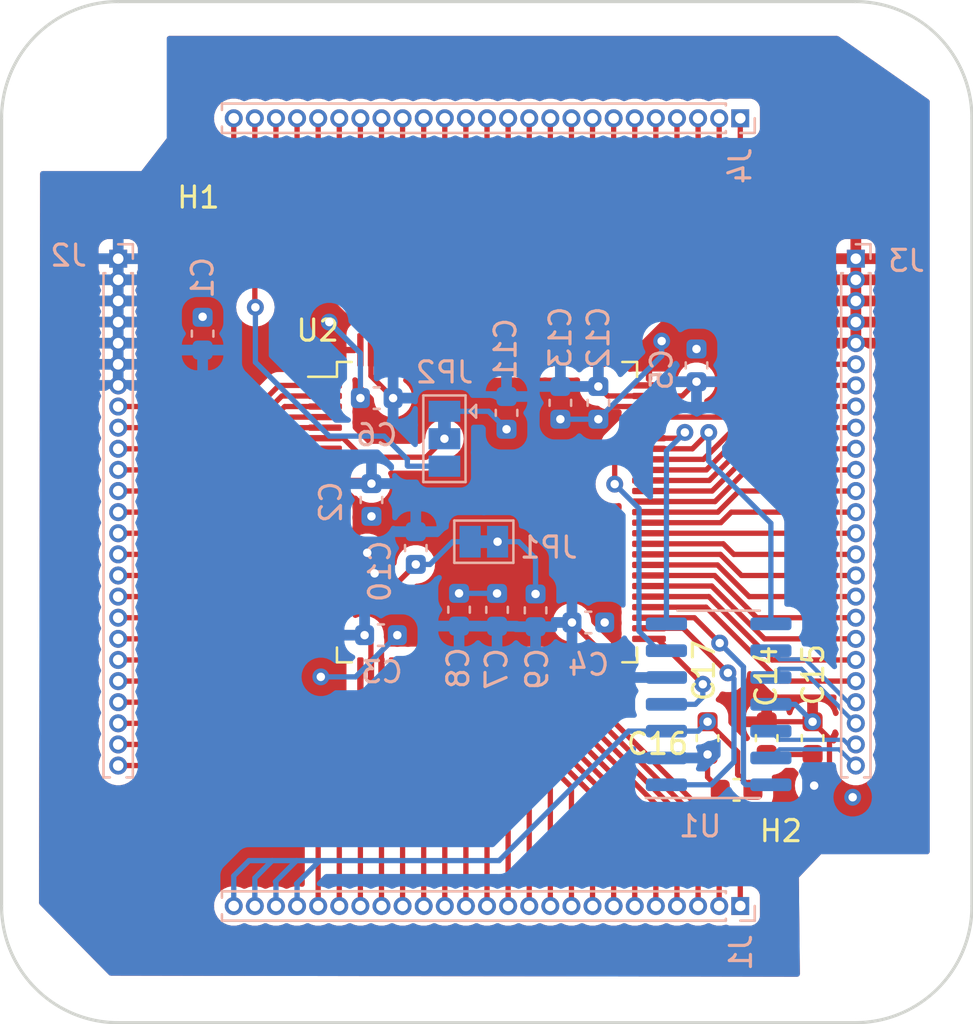
<source format=kicad_pcb>
(kicad_pcb (version 20211014) (generator pcbnew)
  (layers (0 "F.Cu" signal) (31 "B.Cu" signal) (34 "B.Paste" user) (35 "F.Paste" user) (36 "B.SilkS" user "B.Silkscreen") (37 "F.SilkS" user "F.Silkscreen") (38 "B.Mask" user) (39 "F.Mask" user) (44 "Edge.Cuts" user))
  (net 0 "")
  (net 1 "/J1_16")
  (net 2 "/J1_18")
  (net 3 "/J1_20")
  (net 4 "/J1_22")
  (net 5 "/J1_24")
  (net 6 "/J1_26")
  (net 7 "/J1_28")
  (net 8 "/J1_30")
  (net 9 "/J1_32")
  (net 10 "/J1_34")
  (net 11 "/J1_36")
  (net 12 "/J1_38")
  (net 13 "/J1_40")
  (net 14 "/J2_2")
  (net 15 "/J2_4")
  (net 16 "/J2_6")
  (net 17 "/J2_8")
  (net 18 "/J2_10")
  (net 19 "/J2_12")
  (net 20 "/J2_14")
  (net 21 "/J2_16")
  (net 22 "/J2_18")
  (net 23 "/J2_20")
  (net 24 "/J2_22")
  (net 25 "/J2_24")
  (net 26 "/J2_26")
  (net 27 "/J1_42")
  (net 28 "/J1_44")
  (net 29 "/J1_46")
  (net 30 "/J1_48")
  (net 31 "/J1_50")
  (net 32 "/J2_11")
  (net 33 "/J2_13")
  (net 34 "/J2_15")
  (net 35 "/J2_17")
  (net 36 "/J2_19")
  (net 37 "/J2_21")
  (net 38 "/J2_28")
  (net 39 "/J2_23")
  (net 40 "/J2_30")
  (net 41 "/J2_25")
  (net 42 "/J2_32")
  (net 43 "/J2_27")
  (net 44 "/J2_34")
  (net 45 "/J2_29")
  (net 46 "/J2_36")
  (net 47 "/J2_33")
  (net 48 "/J2_38")
  (net 49 "/J2_35")
  (net 50 "/J2_40")
  (net 51 "/J2_37")
  (net 52 "/J2_42")
  (net 53 "/J2_39")
  (net 54 "/J2_44")
  (net 55 "/J2_41")
  (net 56 "/J2_46")
  (net 57 "/J2_31")
  (net 58 "/J1_5")
  (net 59 "/J1_7")
  (net 60 "/J1_9")
  (net 61 "/J1_11")
  (net 62 "/J1_13")
  (net 63 "/J1_15")
  (net 64 "/J1_17")
  (net 65 "/J1_19")
  (net 66 "/J1_21")
  (net 67 "/J1_23")
  (net 68 "/J1_25")
  (net 69 "+BATT")
  (net 70 "GND")
  (net 71 "+3V3")
  (net 72 "+3.3VADC")
  (net 73 "/+V_BATT")
  (net 74 "/CAN2_RX")
  (net 75 "/CAN2_TX")
  (net 76 "/CAN2_EN")
  (net 77 "/CAN1_EN")
  (net 78 "/CAN1_RX")
  (net 79 "/CAN1_TX")
  (net 80 "+5V")
  (net 81 "/CAN1_P")
  (net 82 "/CAN1_N")
  (net 83 "/CAN2_P")
  (net 84 "/CAN2_N")
  (net 85 "/J1_27")
  (net 86 "/J1_29")
  (net 87 "/J1_31")
  (net 88 "/J1_33")
  (net 89 "/J1_35")
  (net 90 "/J1_37")
  (net 91 "/J1_39")
  (net 92 "/J1_41")
  (net 93 "/J1_3")
  (net 94 "/J1_1")
  (footprint "Package_QFP:LQFP-100_14x14mm_P0.5mm" (layer "F.Cu") (at 117.025 78.1)
    (fp_text reference "U2")
    (fp_text value "STM32L496VGTx")
  )
  (footprint "Capacitor_SMD:C_0603_1608Metric" (layer "F.Cu") (at 132.45 88.8 -90)
    (fp_text reference "C15")
    (fp_text value "100nF")
  )
  (footprint "Capacitor_SMD:C_0603_1608Metric" (layer "F.Cu") (at 127.475 88.8 -90)
    (fp_text reference "C17")
    (fp_text value "100nF")
  )
  (footprint "MountingHole:MountingHole_3.2mm_M3" (layer "F.Cu") (at 134.5 96.75)
    (fp_text reference "H2")
    (fp_text value "MountingHole")
  )
  (footprint "Capacitor_SMD:C_0603_1608Metric" (layer "F.Cu") (at 130.275 88.8 -90)
    (fp_text reference "C14")
    (fp_text value "10uF")
  )
  (footprint "MountingHole:MountingHole_3.2mm_M3" (layer "F.Cu") (at 99.55 59.45)
    (fp_text reference "H1")
    (fp_text value "MountingHole")
  )
  (footprint "Capacitor_SMD:C_0603_1608Metric" (layer "F.Cu") (at 128.85 91.25 180)
    (fp_text reference "C16")
    (fp_text value "10uF")
  )
  (footprint "Capacitor_SMD:C_0603_1608Metric" (layer "B.Cu") (at 121.825 83.325 180)
    (fp_text reference "C4")
    (fp_text value "100nF")
  )
  (footprint "Capacitor_SMD:C_0603_1608Metric" (layer "B.Cu") (at 111.8 72.7)
    (fp_text reference "C6")
    (fp_text value "100nF")
  )
  (footprint "Capacitor_SMD:C_0603_1608Metric" (layer "B.Cu") (at 112 83.925 180)
    (fp_text reference "C3")
    (fp_text value "100nF")
  )
  (footprint "Jumper:SolderJumper-3_P1.3mm_Bridged12_Pad1.0x1.5mm" (layer "B.Cu") (at 115.0075 74.625 -90)
    (fp_text reference "JP2")
    (fp_text value "Jumper_3_Bridged12")
  )
  (footprint "Capacitor_SMD:C_0603_1608Metric" (layer "B.Cu") (at 103.55 69.65 -90)
    (fp_text reference "C1")
    (fp_text value "10uF")
  )
  (footprint "Capacitor_SMD:C_0603_1608Metric" (layer "B.Cu") (at 113.65 79.8 90)
    (fp_text reference "C10")
    (fp_text value "1uF")
  )
  (footprint "Connector_PinHeader_1.00mm:PinHeader_1x25_P1.00mm_Vertical" (layer "B.Cu") (at 99.55 66.1 180)
    (fp_text reference "J2")
    (fp_text value "Conn_01x25")
  )
  (footprint "Connector_PinHeader_1.00mm:PinHeader_1x25_P1.00mm_Vertical" (layer "B.Cu") (at 129.025 96.75 90)
    (fp_text reference "J1")
    (fp_text value "Conn_01x25")
  )
  (footprint "Capacitor_SMD:C_0603_1608Metric" (layer "B.Cu") (at 111.55 77.525 90)
    (fp_text reference "C2")
    (fp_text value "100nF")
  )
  (footprint "Connector_PinHeader_1.00mm:PinHeader_1x25_P1.00mm_Vertical" (layer "B.Cu") (at 129.025 59.45 90)
    (fp_text reference "J4")
    (fp_text value "Conn_01x25")
  )
  (footprint "Capacitor_SMD:C_0603_1608Metric" (layer "B.Cu") (at 126.95 71.15 -90)
    (fp_text reference "C5")
    (fp_text value "100nF")
  )
  (footprint "Capacitor_SMD:C_0603_1608Metric" (layer "B.Cu") (at 119.325 82.75 -90)
    (fp_text reference "C9")
    (fp_text value "100nF")
  )
  (footprint "Package_SO:SOIC-14_3.9x8.7mm_P1.27mm" (layer "B.Cu") (at 128 87.2)
    (fp_text reference "U1")
    (fp_text value "TCAN1048AV-Q1")
  )
  (footprint "Capacitor_SMD:C_0603_1608Metric" (layer "B.Cu") (at 120.5 72.925 90)
    (fp_text reference "C13")
    (fp_text value "1uF")
  )
  (footprint "Capacitor_SMD:C_0603_1608Metric" (layer "B.Cu") (at 122.3 72.925 90)
    (fp_text reference "C12")
    (fp_text value "100nF")
  )
  (footprint "Capacitor_SMD:C_0603_1608Metric" (layer "B.Cu") (at 115.7 82.72 -90)
    (fp_text reference "C8")
    (fp_text value "10nF")
  )
  (footprint "Capacitor_SMD:C_0603_1608Metric" (layer "B.Cu") (at 117.5 82.725 -90)
    (fp_text reference "C7")
    (fp_text value "1uF")
  )
  (footprint "Connector_PinHeader_1.00mm:PinHeader_1x25_P1.00mm_Vertical" (layer "B.Cu") (at 134.5 66.1 180)
    (fp_text reference "J3")
    (fp_text value "Conn_01x25")
  )
  (footprint "Capacitor_SMD:C_0603_1608Metric" (layer "B.Cu") (at 117.95 73.4 90)
    (fp_text reference "C11")
    (fp_text value "100nF")
  )
  (footprint "Jumper:SolderJumper-2_P1.3mm_Bridged_Pad1.0x1.5mm" (layer "B.Cu") (at 116.875 79.5 180)
    (fp_text reference "JP1")
    (fp_text value "Jumper_2_Bridged")
  )
  (gr_arc (start 140 96.75) (mid 138.381765 100.656765) (end 134.475 102.275) (layer "Edge.Cuts") (width 0.15))
  (gr_arc (start 134.475 53.925) (mid 138.381765 55.543235) (end 140 59.45) (layer "Edge.Cuts") (width 0.15))
  (gr_line (start 134.475 53.925) (end 99.55 53.925) (layer "Edge.Cuts") (width 0.15))
  (gr_line (start 140 96.75) (end 140 59.45) (layer "Edge.Cuts") (width 0.15))
  (gr_arc (start 94.025 59.45) (mid 95.643235 55.543235) (end 99.55 53.925) (layer "Edge.Cuts") (width 0.15))
  (gr_arc (start 99.55 102.275) (mid 95.643235 100.656765) (end 94.025 96.75) (layer "Edge.Cuts") (width 0.15))
  (gr_line (start 94.025 59.45) (end 94.025 96.75) (layer "Edge.Cuts") (width 0.15))
  (gr_line (start 99.55 102.275) (end 134.475 102.275) (layer "Edge.Cuts") (width 0.15))
  (segment (start 109.35 72.1) (end 107.16802 72.1) (width 0.25) (layer "F.Cu") (net 1))
  (segment (start 106.16802 73.1) (end 99.55 73.1) (width 0.25) (layer "F.Cu") (net 1))
  (segment (start 107.16802 72.1) (end 106.16802 73.1) (width 0.25) (layer "F.Cu") (net 1))
  (segment (start 107.304416 72.6) (end 105.804416 74.1) (width 0.25) (layer "F.Cu") (net 2))
  (segment (start 109.35 72.6) (end 107.304416 72.6) (width 0.25) (layer "F.Cu") (net 2))
  (segment (start 105.804416 74.1) (end 99.55 74.1) (width 0.25) (layer "F.Cu") (net 2))
  (segment (start 109.35 73.1) (end 107.440812 73.1) (width 0.25) (layer "F.Cu") (net 3))
  (segment (start 105.440812 75.1) (end 99.55 75.1) (width 0.25) (layer "F.Cu") (net 3))
  (segment (start 107.440812 73.1) (end 105.440812 75.1) (width 0.25) (layer "F.Cu") (net 3))
  (segment (start 105.077208 76.1) (end 99.55 76.1) (width 0.25) (layer "F.Cu") (net 4))
  (segment (start 109.35 73.6) (end 107.577208 73.6) (width 0.25) (layer "F.Cu") (net 4))
  (segment (start 107.577208 73.6) (end 105.077208 76.1) (width 0.25) (layer "F.Cu") (net 4))
  (segment (start 104.713604 77.1) (end 99.55 77.1) (width 0.25) (layer "F.Cu") (net 5))
  (segment (start 107.713604 74.1) (end 104.713604 77.1) (width 0.25) (layer "F.Cu") (net 5))
  (segment (start 109.35 74.1) (end 107.713604 74.1) (width 0.25) (layer "F.Cu") (net 5))
  (segment (start 105.211523 78.1) (end 99.55 78.1) (width 0.25) (layer "F.Cu") (net 6))
  (segment (start 108.211523 75.1) (end 105.211523 78.1) (width 0.25) (layer "F.Cu") (net 6))
  (segment (start 109.35 75.1) (end 108.211523 75.1) (width 0.25) (layer "F.Cu") (net 6))
  (segment (start 108.347919 75.6) (end 104.847919 79.1) (width 0.25) (layer "F.Cu") (net 7))
  (segment (start 109.35 75.6) (end 108.347919 75.6) (width 0.25) (layer "F.Cu") (net 7))
  (segment (start 104.847919 79.1) (end 99.55 79.1) (width 0.25) (layer "F.Cu") (net 7))
  (segment (start 105.689771 78.939772) (end 104.529543 80.1) (width 0.25) (layer "F.Cu") (net 8))
  (segment (start 105.689771 78.894544) (end 105.689771 78.939772) (width 0.25) (layer "F.Cu") (net 8))
  (segment (start 104.529543 80.1) (end 99.55 80.1) (width 0.25) (layer "F.Cu") (net 8))
  (segment (start 109.35 76.1) (end 108.484315 76.1) (width 0.25) (layer "F.Cu") (net 8))
  (segment (start 108.484315 76.1) (end 105.689771 78.894544) (width 0.25) (layer "F.Cu") (net 8))
  (segment (start 109.35 77.6) (end 107.665939 77.6) (width 0.25) (layer "F.Cu") (net 9))
  (segment (start 107.665939 77.6) (end 104.165939 81.1) (width 0.25) (layer "F.Cu") (net 9))
  (segment (start 104.165939 81.1) (end 99.55 81.1) (width 0.25) (layer "F.Cu") (net 9))
  (segment (start 103.802335 82.1) (end 99.55 82.1) (width 0.25) (layer "F.Cu") (net 10))
  (segment (start 109.35 78.1) (end 107.802335 78.1) (width 0.25) (layer "F.Cu") (net 10))
  (segment (start 107.802335 78.1) (end 103.802335 82.1) (width 0.25) (layer "F.Cu") (net 10))
  (segment (start 107.938731 78.6) (end 103.438731 83.1) (width 0.25) (layer "F.Cu") (net 11))
  (segment (start 103.438731 83.1) (end 99.55 83.1) (width 0.25) (layer "F.Cu") (net 11))
  (segment (start 109.35 78.6) (end 107.938731 78.6) (width 0.25) (layer "F.Cu") (net 11))
  (segment (start 109.35 79.1) (end 108.075127 79.1) (width 0.25) (layer "F.Cu") (net 12))
  (segment (start 108.075127 79.1) (end 103.075127 84.1) (width 0.25) (layer "F.Cu") (net 12))
  (segment (start 103.075127 84.1) (end 99.55 84.1) (width 0.25) (layer "F.Cu") (net 12))
  (segment (start 109.35 79.6) (end 108.211523 79.6) (width 0.25) (layer "F.Cu") (net 13))
  (segment (start 108.211523 79.6) (end 102.711523 85.1) (width 0.25) (layer "F.Cu") (net 13))
  (segment (start 102.711523 85.1) (end 99.55 85.1) (width 0.25) (layer "F.Cu") (net 13))
  (segment (start 123.025 70.425) (end 129.025 64.425) (width 0.25) (layer "F.Cu") (net 14))
  (segment (start 129.025 64.425) (end 129.025 59.45) (width 0.25) (layer "F.Cu") (net 14))
  (segment (start 128.025 64.059315) (end 128.025 59.45) (width 0.25) (layer "F.Cu") (net 15))
  (segment (start 122.525 69.559315) (end 128.025 64.059315) (width 0.25) (layer "F.Cu") (net 15))
  (segment (start 122.525 70.425) (end 122.525 69.559315) (width 0.25) (layer "F.Cu") (net 15))
  (segment (start 122.025 69.422919) (end 127.025 64.422919) (width 0.25) (layer "F.Cu") (net 16))
  (segment (start 127.025 64.422919) (end 127.025 59.45) (width 0.25) (layer "F.Cu") (net 16))
  (segment (start 122.025 70.425) (end 122.025 69.422919) (width 0.25) (layer "F.Cu") (net 16))
  (segment (start 126.025 64.786523) (end 126.025 59.45) (width 0.25) (layer "F.Cu") (net 17))
  (segment (start 121.525 70.425) (end 121.525 69.286523) (width 0.25) (layer "F.Cu") (net 17))
  (segment (start 121.525 69.286523) (end 126.025 64.786523) (width 0.25) (layer "F.Cu") (net 17))
  (segment (start 121.025 69.150127) (end 125.025 65.150127) (width 0.25) (layer "F.Cu") (net 18))
  (segment (start 121.025 70.425) (end 121.025 69.150127) (width 0.25) (layer "F.Cu") (net 18))
  (segment (start 125.025 65.150127) (end 125.025 59.45) (width 0.25) (layer "F.Cu") (net 18))
  (segment (start 120.525 70.425) (end 120.525 69.013731) (width 0.25) (layer "F.Cu") (net 19))
  (segment (start 124.025 65.513731) (end 124.025 59.45) (width 0.25) (layer "F.Cu") (net 19))
  (segment (start 120.525 69.013731) (end 124.025 65.513731) (width 0.25) (layer "F.Cu") (net 19))
  (segment (start 123.025 65.877335) (end 123.025 59.45) (width 0.25) (layer "F.Cu") (net 20))
  (segment (start 120.025 68.877335) (end 123.025 65.877335) (width 0.25) (layer "F.Cu") (net 20))
  (segment (start 120.025 70.425) (end 120.025 68.877335) (width 0.25) (layer "F.Cu") (net 20))
  (segment (start 119.525 68.740939) (end 122.025 66.240939) (width 0.25) (layer "F.Cu") (net 21))
  (segment (start 122.025 66.240939) (end 122.025 59.45) (width 0.25) (layer "F.Cu") (net 21))
  (segment (start 119.525 70.425) (end 119.525 68.740939) (width 0.25) (layer "F.Cu") (net 21))
  (segment (start 119.025 68.604543) (end 121.025 66.604543) (width 0.25) (layer "F.Cu") (net 22))
  (segment (start 119.025 70.425) (end 119.025 68.604543) (width 0.25) (layer "F.Cu") (net 22))
  (segment (start 121.025 66.604543) (end 121.025 59.45) (width 0.25) (layer "F.Cu") (net 22))
  (segment (start 118.525 68.468147) (end 120.025 66.968147) (width 0.25) (layer "F.Cu") (net 23))
  (segment (start 118.525 70.425) (end 118.525 68.468147) (width 0.25) (layer "F.Cu") (net 23))
  (segment (start 120.025 66.968147) (end 120.025 59.45) (width 0.25) (layer "F.Cu") (net 23))
  (segment (start 118.025 68.325) (end 119.025 67.325) (width 0.25) (layer "F.Cu") (net 24))
  (segment (start 118.025 70.425) (end 118.025 68.325) (width 0.25) (layer "F.Cu") (net 24))
  (segment (start 119.025 67.325) (end 119.025 59.45) (width 0.25) (layer "F.Cu") (net 24))
  (segment (start 117.525 70.425) (end 117.525 68.188604) (width 0.25) (layer "F.Cu") (net 25))
  (segment (start 117.525 68.188604) (end 118.025 67.688604) (width 0.25) (layer "F.Cu") (net 25))
  (segment (start 118.025 67.688604) (end 118.025 59.45) (width 0.25) (layer "F.Cu") (net 25))
  (segment (start 117.025 70.425) (end 117.025 59.45) (width 0.25) (layer "F.Cu") (net 26))
  (segment (start 108.347919 80.1) (end 102.347919 86.1) (width 0.25) (layer "F.Cu") (net 27))
  (segment (start 102.347919 86.1) (end 99.55 86.1) (width 0.25) (layer "F.Cu") (net 27))
  (segment (start 109.35 80.1) (end 108.347919 80.1) (width 0.25) (layer "F.Cu") (net 27))
  (segment (start 101.984315 87.1) (end 99.55 87.1) (width 0.25) (layer "F.Cu") (net 28))
  (segment (start 108.484315 80.6) (end 101.984315 87.1) (width 0.25) (layer "F.Cu") (net 28))
  (segment (start 109.35 80.6) (end 108.484315 80.6) (width 0.25) (layer "F.Cu") (net 28))
  (segment (start 106.927208 83.1) (end 101.927208 88.1) (width 0.25) (layer "F.Cu") (net 29))
  (segment (start 101.927208 88.1) (end 99.55 88.1) (width 0.25) (layer "F.Cu") (net 29))
  (segment (start 109.35 83.1) (end 106.927208 83.1) (width 0.25) (layer "F.Cu") (net 29))
  (segment (start 107.063604 83.6) (end 101.563604 89.1) (width 0.25) (layer "F.Cu") (net 30))
  (segment (start 101.563604 89.1) (end 99.55 89.1) (width 0.25) (layer "F.Cu") (net 30))
  (segment (start 109.35 83.6) (end 107.063604 83.6) (width 0.25) (layer "F.Cu") (net 30))
  (segment (start 107.2 84.1) (end 101.2 90.1) (width 0.25) (layer "F.Cu") (net 31))
  (segment (start 109.35 84.1) (end 107.2 84.1) (width 0.25) (layer "F.Cu") (net 31))
  (segment (start 101.2 90.1) (end 99.55 90.1) (width 0.25) (layer "F.Cu") (net 31))
  (segment (start 124.7 73.6) (end 128.645228 73.6) (width 0.25) (layer "F.Cu") (net 32))
  (segment (start 131.145228 71.1) (end 134.5 71.1) (width 0.25) (layer "F.Cu") (net 32))
  (segment (start 128.645228 73.6) (end 131.145228 71.1) (width 0.25) (layer "F.Cu") (net 32))
  (segment (start 130.781624 72.1) (end 134.5 72.1) (width 0.25) (layer "F.Cu") (net 33))
  (segment (start 127.281624 75.6) (end 130.781624 72.1) (width 0.25) (layer "F.Cu") (net 33))
  (segment (start 124.7 75.6) (end 127.281624 75.6) (width 0.25) (layer "F.Cu") (net 33))
  (segment (start 124.7 76.1) (end 127.41802 76.1) (width 0.25) (layer "F.Cu") (net 34))
  (segment (start 127.41802 76.1) (end 130.41802 73.1) (width 0.25) (layer "F.Cu") (net 34))
  (segment (start 130.41802 73.1) (end 134.5 73.1) (width 0.25) (layer "F.Cu") (net 34))
  (segment (start 127.554416 76.6) (end 130.054416 74.1) (width 0.25) (layer "F.Cu") (net 35))
  (segment (start 130.054416 74.1) (end 134.5 74.1) (width 0.25) (layer "F.Cu") (net 35))
  (segment (start 124.7 76.6) (end 127.554416 76.6) (width 0.25) (layer "F.Cu") (net 35))
  (segment (start 127.690812 77.1) (end 129.690812 75.1) (width 0.25) (layer "F.Cu") (net 36))
  (segment (start 124.7 77.1) (end 127.690812 77.1) (width 0.25) (layer "F.Cu") (net 36))
  (segment (start 129.690812 75.1) (end 134.5 75.1) (width 0.25) (layer "F.Cu") (net 36))
  (segment (start 124.7 77.6) (end 127.827208 77.6) (width 0.25) (layer "F.Cu") (net 37))
  (segment (start 129.327208 76.1) (end 134.5 76.1) (width 0.25) (layer "F.Cu") (net 37))
  (segment (start 127.827208 77.6) (end 129.327208 76.1) (width 0.25) (layer "F.Cu") (net 37))
  (segment (start 116.525 70.425) (end 116.525 68.225) (width 0.25) (layer "F.Cu") (net 38))
  (segment (start 116.525 68.225) (end 116 67.7) (width 0.25) (layer "F.Cu") (net 38))
  (segment (start 116.025 67.675) (end 116.025 59.45) (width 0.25) (layer "F.Cu") (net 38))
  (segment (start 116 67.7) (end 116.025 67.675) (width 0.25) (layer "F.Cu") (net 38))
  (segment (start 124.7 78.1) (end 127.963604 78.1) (width 0.25) (layer "F.Cu") (net 39))
  (segment (start 127.963604 78.1) (end 128.963604 77.1) (width 0.25) (layer "F.Cu") (net 39))
  (segment (start 128.963604 77.1) (end 134.5 77.1) (width 0.25) (layer "F.Cu") (net 39))
  (segment (start 116.025 70.425) (end 116.025 68.361396) (width 0.25) (layer "F.Cu") (net 40))
  (segment (start 116.025 68.361396) (end 115.025 67.361396) (width 0.25) (layer "F.Cu") (net 40))
  (segment (start 115.025 67.361396) (end 115.025 59.45) (width 0.25) (layer "F.Cu") (net 40))
  (segment (start 128.1 78.6) (end 128.6 78.1) (width 0.25) (layer "F.Cu") (net 41))
  (segment (start 128.6 78.1) (end 134.5 78.1) (width 0.25) (layer "F.Cu") (net 41))
  (segment (start 124.7 78.6) (end 128.1 78.6) (width 0.25) (layer "F.Cu") (net 41))
  (segment (start 115.525 68.497792) (end 114.025 66.997792) (width 0.25) (layer "F.Cu") (net 42))
  (segment (start 115.525 70.425) (end 115.525 68.497792) (width 0.25) (layer "F.Cu") (net 42))
  (segment (start 114.025 66.997792) (end 114.025 59.45) (width 0.25) (layer "F.Cu") (net 42))
  (segment (start 124.7 79.1) (end 134.5 79.1) (width 0.25) (layer "F.Cu") (net 43))
  (segment (start 115.025 70.425) (end 115.025 68.634188) (width 0.25) (layer "F.Cu") (net 44))
  (segment (start 113.025 66.634188) (end 113.025 59.45) (width 0.25) (layer "F.Cu") (net 44))
  (segment (start 115.025 68.634188) (end 113.025 66.634188) (width 0.25) (layer "F.Cu") (net 44))
  (segment (start 128.218376 79.6) (end 128.718376 80.1) (width 0.25) (layer "F.Cu") (net 45))
  (segment (start 124.7 79.6) (end 128.218376 79.6) (width 0.25) (layer "F.Cu") (net 45))
  (segment (start 128.718376 80.1) (end 134.5 80.1) (width 0.25) (layer "F.Cu") (net 45))
  (segment (start 112.025 66.270584) (end 112.025 59.45) (width 0.25) (layer "F.Cu") (net 46))
  (segment (start 114.525 68.770584) (end 112.025 66.270584) (width 0.25) (layer "F.Cu") (net 46))
  (segment (start 114.525 70.425) (end 114.525 68.770584) (width 0.25) (layer "F.Cu") (net 46))
  (segment (start 127.945584 80.6) (end 129.445584 82.1) (width 0.25) (layer "F.Cu") (net 47))
  (segment (start 129.445584 82.1) (end 134.5 82.1) (width 0.25) (layer "F.Cu") (net 47))
  (segment (start 124.7 80.6) (end 127.945584 80.6) (width 0.25) (layer "F.Cu") (net 47))
  (segment (start 111.025 65.90698) (end 111.025 59.45) (width 0.25) (layer "F.Cu") (net 48))
  (segment (start 114.025 70.425) (end 114.025 68.90698) (width 0.25) (layer "F.Cu") (net 48))
  (segment (start 114.025 68.90698) (end 111.025 65.90698) (width 0.25) (layer "F.Cu") (net 48))
  (segment (start 124.7 81.1) (end 127.809188 81.1) (width 0.25) (layer "F.Cu") (net 49))
  (segment (start 129.809188 83.1) (end 134.5 83.1) (width 0.25) (layer "F.Cu") (net 49))
  (segment (start 127.809188 81.1) (end 129.809188 83.1) (width 0.25) (layer "F.Cu") (net 49))
  (segment (start 110.025 65.543376) (end 110.025 59.45) (width 0.25) (layer "F.Cu") (net 50))
  (segment (start 113.525 70.425) (end 113.525 69.043376) (width 0.25) (layer "F.Cu") (net 50))
  (segment (start 113.525 69.043376) (end 110.025 65.543376) (width 0.25) (layer "F.Cu") (net 50))
  (segment (start 127.672792 81.6) (end 130.172792 84.1) (width 0.25) (layer "F.Cu") (net 51))
  (segment (start 130.172792 84.1) (end 134.5 84.1) (width 0.25) (layer "F.Cu") (net 51))
  (segment (start 124.7 81.6) (end 127.672792 81.6) (width 0.25) (layer "F.Cu") (net 51))
  (segment (start 109.025 65.179772) (end 109.025 59.45) (width 0.25) (layer "F.Cu") (net 52))
  (segment (start 113.025 70.425) (end 113.025 69.179772) (width 0.25) (layer "F.Cu") (net 52))
  (segment (start 113.025 69.179772) (end 109.025 65.179772) (width 0.25) (layer "F.Cu") (net 52))
  (segment (start 124.7 82.1) (end 127.536396 82.1) (width 0.25) (layer "F.Cu") (net 53))
  (segment (start 130.536396 85.1) (end 134.5 85.1) (width 0.25) (layer "F.Cu") (net 53))
  (segment (start 127.536396 82.1) (end 130.536396 85.1) (width 0.25) (layer "F.Cu") (net 53))
  (segment (start 112.525 70.425) (end 112.525 69.316168) (width 0.25) (layer "F.Cu") (net 54))
  (segment (start 108.025 64.816168) (end 108.025 59.45) (width 0.25) (layer "F.Cu") (net 54))
  (segment (start 112.525 69.316168) (end 108.025 64.816168) (width 0.25) (layer "F.Cu") (net 54))
  (segment (start 127.4 82.6) (end 130.9 86.1) (width 0.25) (layer "F.Cu") (net 55))
  (segment (start 130.9 86.1) (end 134.5 86.1) (width 0.25) (layer "F.Cu") (net 55))
  (segment (start 124.7 82.6) (end 127.4 82.6) (width 0.25) (layer "F.Cu") (net 55))
  (segment (start 107.025 64.452564) (end 107.025 59.45) (width 0.25) (layer "F.Cu") (net 56))
  (segment (start 112.025 69.452564) (end 107.025 64.452564) (width 0.25) (layer "F.Cu") (net 56))
  (segment (start 112.025 70.425) (end 112.025 69.452564) (width 0.25) (layer "F.Cu") (net 56))
  (segment (start 129.08198 81.1) (end 134.5 81.1) (width 0.25) (layer "F.Cu") (net 57))
  (segment (start 124.7 80.1) (end 128.08198 80.1) (width 0.25) (layer "F.Cu") (net 57))
  (segment (start 128.08198 80.1) (end 129.08198 81.1) (width 0.25) (layer "F.Cu") (net 57))
  (segment (start 127.025 93.297792) (end 127.025 96.75) (width 0.25) (layer "F.Cu") (net 58))
  (segment (start 121.025 85.775) (end 121.025 87.297792) (width 0.25) (layer "F.Cu") (net 58))
  (segment (start 121.025 87.297792) (end 127.025 93.297792) (width 0.25) (layer "F.Cu") (net 58))
  (segment (start 120.525 85.775) (end 120.525 87.434188) (width 0.25) (layer "F.Cu") (net 59))
  (segment (start 120.525 87.434188) (end 126.025 92.934188) (width 0.25) (layer "F.Cu") (net 59))
  (segment (start 126.025 92.934188) (end 126.025 96.75) (width 0.25) (layer "F.Cu") (net 59))
  (segment (start 125.025 92.575) (end 125.025 96.75) (width 0.25) (layer "F.Cu") (net 60))
  (segment (start 120.025 87.575) (end 125.025 92.575) (width 0.25) (layer "F.Cu") (net 60))
  (segment (start 120.025 85.775) (end 120.025 87.575) (width 0.25) (layer "F.Cu") (net 60))
  (segment (start 119.525 85.775) (end 119.525 87.711396) (width 0.25) (layer "F.Cu") (net 61))
  (segment (start 124.025 92.211396) (end 124.025 96.75) (width 0.25) (layer "F.Cu") (net 61))
  (segment (start 119.525 87.711396) (end 124.025 92.211396) (width 0.25) (layer "F.Cu") (net 61))
  (segment (start 119.025 85.775) (end 119.025 87.847792) (width 0.25) (layer "F.Cu") (net 62))
  (segment (start 123.025 91.847792) (end 123.025 96.75) (width 0.25) (layer "F.Cu") (net 62))
  (segment (start 119.025 87.847792) (end 123.025 91.847792) (width 0.25) (layer "F.Cu") (net 62))
  (segment (start 118.525 85.775) (end 118.525 87.984188) (width 0.25) (layer "F.Cu") (net 63))
  (segment (start 122.025 91.484188) (end 122.025 96.75) (width 0.25) (layer "F.Cu") (net 63))
  (segment (start 118.525 87.984188) (end 122.025 91.484188) (width 0.25) (layer "F.Cu") (net 63))
  (segment (start 118.025 88.120584) (end 121.025 91.120584) (width 0.25) (layer "F.Cu") (net 64))
  (segment (start 118.025 85.775) (end 118.025 88.120584) (width 0.25) (layer "F.Cu") (net 64))
  (segment (start 121.025 91.120584) (end 121.025 96.75) (width 0.25) (layer "F.Cu") (net 64))
  (segment (start 120.025 90.75698) (end 120.025 96.75) (width 0.25) (layer "F.Cu") (net 65))
  (segment (start 117.525 88.25698) (end 120.025 90.75698) (width 0.25) (layer "F.Cu") (net 65))
  (segment (start 117.525 85.775) (end 117.525 88.25698) (width 0.25) (layer "F.Cu") (net 65))
  (segment (start 117.025 85.775) (end 117.025 88.393376) (width 0.25) (layer "F.Cu") (net 66))
  (segment (start 117.025 88.393376) (end 119.025 90.393376) (width 0.25) (layer "F.Cu") (net 66))
  (segment (start 119.025 90.393376) (end 119.025 96.75) (width 0.25) (layer "F.Cu") (net 66))
  (segment (start 118.025 90.029772) (end 118.025 96.75) (width 0.25) (layer "F.Cu") (net 67))
  (segment (start 116.525 88.529772) (end 118.025 90.029772) (width 0.25) (layer "F.Cu") (net 67))
  (segment (start 116.525 85.775) (end 116.525 88.529772) (width 0.25) (layer "F.Cu") (net 67))
  (segment (start 116.025 88.666168) (end 117.025 89.666168) (width 0.25) (layer "F.Cu") (net 68))
  (segment (start 117.025 89.666168) (end 117.025 96.75) (width 0.25) (layer "F.Cu") (net 68))
  (segment (start 116.025 85.775) (end 116.025 88.666168) (width 0.25) (layer "F.Cu") (net 68))
  (segment (start 109.35 74.6) (end 110.215685 74.6) (width 0.25) (layer "F.Cu") (net 69))
  (segment (start 111.115685 75.5) (end 114.1325 75.5) (width 0.25) (layer "F.Cu") (net 69))
  (segment (start 110.215685 74.6) (end 111.115685 75.5) (width 0.25) (layer "F.Cu") (net 69))
  (segment (start 114.1325 75.5) (end 115.0075 74.625) (width 0.25) (layer "F.Cu") (net 69))
  (via (at 115.0075 74.625) (size 0.8) (drill 0.4) (layers "F.Cu" "B.Cu") (net 69))
  (segment (start 132.45 90.975) (end 132.525 91.05) (width 0.25) (layer "F.Cu") (net 70))
  (segment (start 109.35 81.6) (end 111.1 81.6) (width 0.25) (layer "F.Cu") (net 70))
  (segment (start 111.525 71.65) (end 112.575 72.7) (width 0.25) (layer "F.Cu") (net 70))
  (segment (start 109.35 76.6) (end 111.4 76.6) (width 0.25) (layer "F.Cu") (net 70))
  (segment (start 111.525 70.425) (end 111.525 71.65) (width 0.25) (layer "F.Cu") (net 70))
  (segment (start 111.525 84.225) (end 111.225 83.925) (width 0.25) (layer "F.Cu") (net 70))
  (segment (start 124.7 72.6) (end 122.75 72.6) (width 0.25) (layer "F.Cu") (net 70))
  (segment (start 124.7 72.6) (end 126.275 72.6) (width 0.25) (layer "F.Cu") (net 70))
  (segment (start 111.4 76.6) (end 111.55 76.75) (width 0.25) (layer "F.Cu") (net 70))
  (segment (start 111.525 85.775) (end 111.525 84.225) (width 0.25) (layer "F.Cu") (net 70))
  (segment (start 110.275 81.1) (end 111.35 80.025) (width 0.25) (layer "F.Cu") (net 70))
  (segment (start 109.35 81.1) (end 110.275 81.1) (width 0.25) (layer "F.Cu") (net 70))
  (segment (start 132.45 89.575) (end 130.275 89.575) (width 0.25) (layer "F.Cu") (net 70))
  (segment (start 126.275 72.6) (end 126.95 71.925) (width 0.25) (layer "F.Cu") (net 70))
  (segment (start 122.525 84.8) (end 121.05 83.325) (width 0.25) (layer "F.Cu") (net 70))
  (segment (start 111.1 81.6) (end 111.7 81) (width 0.25) (layer "F.Cu") (net 70))
  (segment (start 132.45 89.575) (end 132.45 90.975) (width 0.25) (layer "F.Cu") (net 70))
  (segment (start 127.475 89.575) (end 127.475 90.65) (width 0.25) (layer "F.Cu") (net 70))
  (segment (start 127.475 90.65) (end 128.075 91.25) (width 0.25) (layer "F.Cu") (net 70))
  (segment (start 122.75 72.6) (end 122.3 72.15) (width 0.25) (layer "F.Cu") (net 70))
  (segment (start 122.525 85.775) (end 122.525 84.8) (width 0.25) (layer "F.Cu") (net 70))
  (via (at 111.55 76.75) (size 0.8) (drill 0.4) (layers "F.Cu" "B.Cu") (net 70))
  (via (at 112.575 72.7) (size 0.8) (drill 0.4) (layers "F.Cu" "B.Cu") (net 70))
  (via (at 121.05 83.325) (size 0.8) (drill 0.4) (layers "F.Cu" "B.Cu") (net 70))
  (via (at 111.225 83.925) (size 0.8) (drill 0.4) (layers "F.Cu" "B.Cu") (net 70))
  (via (at 127.475 89.575) (size 0.8) (drill 0.4) (layers "F.Cu" "B.Cu") (net 70))
  (via (at 111.35 80.025) (size 0.8) (drill 0.4) (layers "F.Cu" "B.Cu") (net 70))
  (via (at 122.3 72.15) (size 0.8) (drill 0.4) (layers "F.Cu" "B.Cu") (net 70))
  (via (at 132.525 91.05) (size 0.8) (drill 0.4) (layers "F.Cu" "B.Cu") (net 70))
  (via (at 126.95 71.925) (size 0.8) (drill 0.4) (layers "F.Cu" "B.Cu") (net 70))
  (via (at 111.7 81) (size 0.8) (drill 0.4) (layers "F.Cu" "B.Cu") (net 70))
  (segment (start 117.5 83.5) (end 115.7 83.5) (width 0.25) (layer "B.Cu") (net 70))
  (segment (start 125.525 89.74) (end 127.31 89.74) (width 0.25) (layer "B.Cu") (net 70))
  (segment (start 127.31 89.74) (end 127.475 89.575) (width 0.25) (layer "B.Cu") (net 70))
  (segment (start 120.5 72.15) (end 122.3 72.15) (width 0.25) (layer "B.Cu") (net 70))
  (segment (start 133.25 90.5) (end 134.35 91.6) (width 0.25) (layer "F.Cu") (net 71))
  (segment (start 133.25 88.825) (end 133.25 90.5) (width 0.25) (layer "F.Cu") (net 71))
  (segment (start 132.45 88.025) (end 133.25 88.825) (width 0.25) (layer "F.Cu") (net 71))
  (segment (start 112.025 84.675) (end 112.775 83.925) (width 0.25) (layer "F.Cu") (net 71))
  (segment (start 132.45 88.025) (end 130.275 88.025) (width 0.25) (layer "F.Cu") (net 71))
  (segment (start 109.35 77.1) (end 110.35 77.1) (width 0.25) (layer "F.Cu") (net 71))
  (segment (start 115.045 82.6) (end 115.7 81.945) (width 0.25) (layer "F.Cu") (net 71))
  (segment (start 111.025 70.425) (end 111.025 72.7) (width 0.25) (layer "F.Cu") (net 71))
  (segment (start 122.9 73.1) (end 122.3 73.7) (width 0.25) (layer "F.Cu") (net 71))
  (segment (start 125.225 72.1) (end 126.95 70.375) (width 0.25) (layer "F.Cu") (net 71))
  (segment (start 124.7 73.1) (end 122.9 73.1) (width 0.25) (layer "F.Cu") (net 71))
  (segment (start 124.7 72.1) (end 125.225 72.1) (width 0.25) (layer "F.Cu") (net 71))
  (segment (start 123.025 83.75) (end 122.6 83.325) (width 0.25) (layer "F.Cu") (net 71))
  (segment (start 112.025 85.775) (end 112.025 84.675) (width 0.25) (layer "F.Cu") (net 71))
  (segment (start 110.35 77.1) (end 111.55 78.3) (width 0.25) (layer "F.Cu") (net 71))
  (segment (start 109.35 82.6) (end 115.045 82.6) (width 0.25) (layer "F.Cu") (net 71))
  (segment (start 123.025 85.775) (end 123.025 83.75) (width 0.25) (layer "F.Cu") (net 71))
  (via (at 111.55 78.3) (size 0.8) (drill 0.4) (layers "F.Cu" "B.Cu") (net 71))
  (via (at 117.525 79.5) (size 0.8) (drill 0.4) (layers "F.Cu" "B.Cu") (net 71))
  (via (at 112.775 83.925) (size 0.8) (drill 0.4) (layers "F.Cu" "B.Cu") (net 71))
  (via (at 134.35 91.6) (size 0.8) (drill 0.4) (layers "F.Cu" "B.Cu") (net 71))
  (via (at 122.6 83.325) (size 0.8) (drill 0.4) (layers "F.Cu" "B.Cu") (net 71))
  (via (at 120.5 73.7) (size 0.8) (drill 0.4) (layers "F.Cu" "B.Cu") (net 71))
  (via (at 119.325 81.975) (size 0.8) (drill 0.4) (layers "F.Cu" "B.Cu") (net 71))
  (via (at 125.3 70) (size 0.8) (drill 0.4) (layers "F.Cu" "B.Cu") (net 71))
  (via (at 117.95 74.175) (size 0.8) (drill 0.4) (layers "F.Cu" "B.Cu") (net 71))
  (via (at 126.95 70.375) (size 0.8) (drill 0.4) (layers "F.Cu" "B.Cu") (net 71))
  (via (at 115.7 81.945) (size 0.8) (drill 0.4) (layers "F.Cu" "B.Cu") (net 71))
  (via (at 111.025 72.7) (size 0.8) (drill 0.4) (layers "F.Cu" "B.Cu") (net 71))
  (via (at 117.5 81.95) (size 0.8) (drill 0.4) (layers "F.Cu" "B.Cu") (net 71))
  (via (at 122.3 73.7) (size 0.8) (drill 0.4) (layers "F.Cu" "B.Cu") (net 71))
  (via (at 132.45 88.025) (size 0.8) (drill 0.4) (layers "F.Cu" "B.Cu") (net 71))
  (via (at 109.15 85.9) (size 0.8) (drill 0.4) (layers "F.Cu" "B.Cu") (net 71))
  (via (at 109.55 69.1) (size 0.8) (drill 0.4) (layers "F.Cu" "B.Cu") (net 71))
  (via (at 103.55 68.85) (size 0.8) (drill 0.4) (layers "F.Cu" "B.Cu") (net 71))
  (segment (start 119.325 81.975) (end 119.325 80.3) (width 0.25) (layer "B.Cu") (net 71))
  (segment (start 111.025 72.7) (end 111.025 70.575) (width 0.25) (layer "B.Cu") (net 71))
  (segment (start 117.495 81.945) (end 117.5 81.95) (width 0.25) (layer "B.Cu") (net 71))
  (segment (start 122.3 73.7) (end 120.5 73.7) (width 0.25) (layer "B.Cu") (net 71))
  (segment (start 122.3 73.7) (end 125.3 70.7) (width 0.25) (layer "B.Cu") (net 71))
  (segment (start 131.625 87.2) (end 132.45 88.025) (width 0.25) (layer "B.Cu") (net 71))
  (segment (start 125.3 70.7) (end 125.3 70) (width 0.25) (layer "B.Cu") (net 71))
  (segment (start 112.775 83.925) (end 110.8 85.9) (width 0.25) (layer "B.Cu") (net 71))
  (segment (start 115.0075 73.325) (end 117.1 73.325) (width 0.25) (layer "B.Cu") (net 71))
  (segment (start 117.1 73.325) (end 117.95 74.175) (width 0.25) (layer "B.Cu") (net 71))
  (segment (start 118.525 79.5) (end 117.525 79.5) (width 0.25) (layer "B.Cu") (net 71))
  (segment (start 130.475 87.2) (end 131.625 87.2) (width 0.25) (layer "B.Cu") (net 71))
  (segment (start 110.8 85.9) (end 109.15 85.9) (width 0.25) (layer "B.Cu") (net 71))
  (segment (start 111.025 70.575) (end 109.55 69.1) (width 0.25) (layer "B.Cu") (net 71))
  (segment (start 119.325 80.3) (end 118.525 79.5) (width 0.25) (layer "B.Cu") (net 71))
  (segment (start 115.7 81.945) (end 117.495 81.945) (width 0.25) (layer "B.Cu") (net 71))
  (segment (start 109.35 82.1) (end 112.125 82.1) (width 0.25) (layer "F.Cu") (net 72))
  (segment (start 112.125 82.1) (end 113.65 80.575) (width 0.25) (layer "F.Cu") (net 72))
  (via (at 113.65 80.575) (size 0.8) (drill 0.4) (layers "F.Cu" "B.Cu") (net 72))
  (segment (start 116.225 79.5) (end 115.4 79.5) (width 0.25) (layer "B.Cu") (net 72))
  (segment (start 114.325 80.575) (end 113.65 80.575) (width 0.25) (layer "B.Cu") (net 72))
  (segment (start 115.4 79.5) (end 114.325 80.575) (width 0.25) (layer "B.Cu") (net 72))
  (segment (start 105.025 59.45) (end 105.025 61.925) (width 0.25) (layer "F.Cu") (net 73))
  (segment (start 105.025 61.925) (end 105.425 62.325) (width 0.25) (layer "F.Cu") (net 73))
  (segment (start 106.025 62.325) (end 106.025 68.375) (width 0.25) (layer "F.Cu") (net 73))
  (segment (start 106.025 68.375) (end 106.05 68.4) (width 0.25) (layer "F.Cu") (net 73))
  (segment (start 106.025 59.45) (end 106.025 62.325) (width 0.25) (layer "F.Cu") (net 73))
  (segment (start 105.425 62.325) (end 106.025 62.325) (width 0.25) (layer "F.Cu") (net 73))
  (via (at 106.05 68.4) (size 0.8) (drill 0.4) (layers "F.Cu" "B.Cu") (net 73))
  (segment (start 113.25 75.6) (end 113.25 75.9) (width 0.25) (layer "B.Cu") (net 73))
  (segment (start 106.05 68.4) (end 106.05 71) (width 0.25) (layer "B.Cu") (net 73))
  (segment (start 109.55 74.5) (end 112.15 74.5) (width 0.25) (layer "B.Cu") (net 73))
  (segment (start 106.05 71) (end 109.55 74.5) (width 0.25) (layer "B.Cu") (net 73))
  (segment (start 113.25 75.9) (end 113.275 75.925) (width 0.25) (layer "B.Cu") (net 73))
  (segment (start 113.275 75.925) (end 115.0075 75.925) (width 0.25) (layer "B.Cu") (net 73))
  (segment (start 112.15 74.5) (end 113.25 75.6) (width 0.25) (layer "B.Cu") (net 73))
  (segment (start 125.1 84.1) (end 127.25 86.25) (width 0.25) (layer "F.Cu") (net 74))
  (segment (start 124.7 84.1) (end 125.1 84.1) (width 0.25) (layer "F.Cu") (net 74))
  (via (at 127.25 86.25) (size 0.8) (drill 0.4) (layers "F.Cu" "B.Cu") (net 74))
  (segment (start 127.25 86.25) (end 127.25 86.85) (width 0.25) (layer "B.Cu") (net 74))
  (segment (start 127.25 86.85) (end 126.9 87.2) (width 0.25) (layer "B.Cu") (net 74))
  (segment (start 126.9 87.2) (end 125.525 87.2) (width 0.25) (layer "B.Cu") (net 74))
  (segment (start 126.325402 83.6) (end 124.7 83.6) (width 0.25) (layer "F.Cu") (net 75))
  (segment (start 128.437951 85.712549) (end 126.325402 83.6) (width 0.25) (layer "F.Cu") (net 75))
  (via (at 128.437951 85.712549) (size 0.8) (drill 0.4) (layers "F.Cu" "B.Cu") (net 75))
  (segment (start 128.725 85.999598) (end 128.725 89.925) (width 0.25) (layer "B.Cu") (net 75))
  (segment (start 128.725 89.925) (end 127.64 91.01) (width 0.25) (layer "B.Cu") (net 75))
  (segment (start 127.64 91.01) (end 125.525 91.01) (width 0.25) (layer "B.Cu") (net 75))
  (segment (start 128.437951 85.712549) (end 128.725 85.999598) (width 0.25) (layer "B.Cu") (net 75))
  (segment (start 126.85 83.1) (end 128.05 84.3) (width 0.25) (layer "F.Cu") (net 76))
  (segment (start 124.7 83.1) (end 126.85 83.1) (width 0.25) (layer "F.Cu") (net 76))
  (via (at 128.05 84.3) (size 0.8) (drill 0.4) (layers "F.Cu" "B.Cu") (net 76))
  (segment (start 129.175 85.425) (end 129.175 90.895) (width 0.25) (layer "B.Cu") (net 76))
  (segment (start 129.175 90.895) (end 129.29 91.01) (width 0.25) (layer "B.Cu") (net 76))
  (segment (start 129.29 91.01) (end 130.475 91.01) (width 0.25) (layer "B.Cu") (net 76))
  (segment (start 128.05 84.3) (end 129.175 85.425) (width 0.25) (layer "B.Cu") (net 76))
  (segment (start 126.757026 75.1) (end 124.7 75.1) (width 0.25) (layer "F.Cu") (net 77))
  (segment (start 127.528513 74.328513) (end 126.757026 75.1) (width 0.25) (layer "F.Cu") (net 77))
  (via (at 127.528513 74.328513) (size 0.8) (drill 0.4) (layers "F.Cu" "B.Cu") (net 77))
  (segment (start 127.528513 74.328513) (end 127.528513 75.678513) (width 0.25) (layer "B.Cu") (net 77))
  (segment (start 130.475 78.625) (end 130.475 83.39) (width 0.25) (layer "B.Cu") (net 77))
  (segment (start 127.528513 75.678513) (end 130.475 78.625) (width 0.25) (layer "B.Cu") (net 77))
  (segment (start 124.7 74.6) (end 126.1245 74.6) (width 0.25) (layer "F.Cu") (net 78))
  (segment (start 126.1245 74.6) (end 126.4 74.3245) (width 0.25) (layer "F.Cu") (net 78))
  (via (at 126.4 74.3245) (size 0.8) (drill 0.4) (layers "F.Cu" "B.Cu") (net 78))
  (segment (start 125.525 75.1995) (end 125.525 83.39) (width 0.25) (layer "B.Cu") (net 78))
  (segment (start 126.4 74.3245) (end 125.525 75.1995) (width 0.25) (layer "B.Cu") (net 78))
  (segment (start 123.075 74.859315) (end 123.075 76.775) (width 0.25) (layer "F.Cu") (net 79))
  (segment (start 123.834315 74.1) (end 123.075 74.859315) (width 0.25) (layer "F.Cu") (net 79))
  (segment (start 124.7 74.1) (end 123.834315 74.1) (width 0.25) (layer "F.Cu") (net 79))
  (via (at 123.075 76.775) (size 0.8) (drill 0.4) (layers "F.Cu" "B.Cu") (net 79))
  (segment (start 124.225 83.736751) (end 125.148249 84.66) (width 0.25) (layer "B.Cu") (net 79))
  (segment (start 125.148249 84.66) (end 125.525 84.66) (width 0.25) (layer "B.Cu") (net 79))
  (segment (start 123.075 76.775) (end 124.225 77.925) (width 0.25) (layer "B.Cu") (net 79))
  (segment (start 124.225 77.925) (end 124.225 83.736751) (width 0.25) (layer "B.Cu") (net 79))
  (segment (start 128.9 89.45) (end 128.9 90.525) (width 0.25) (layer "F.Cu") (net 80))
  (segment (start 127.475 88.025) (end 128.9 89.45) (width 0.25) (layer "F.Cu") (net 80))
  (segment (start 128.9 90.525) (end 129.625 91.25) (width 0.25) (layer "F.Cu") (net 80))
  (via (at 127.475 88.025) (size 0.8) (drill 0.4) (layers "F.Cu" "B.Cu") (net 80))
  (segment (start 108 94.6) (end 107 95.6) (width 0.25) (layer "B.Cu") (net 80))
  (segment (start 107 95.6) (end 107.025 95.625) (width 0.25) (layer "B.Cu") (net 80))
  (segment (start 106.025 96.75) (end 106.025 95.425) (width 0.25) (layer "B.Cu") (net 80))
  (segment (start 123.73 88.47) (end 117.6 94.6) (width 0.25) (layer "B.Cu") (net 80))
  (segment (start 108.025 95.725) (end 108.025 96.75) (width 0.25) (layer "B.Cu") (net 80))
  (segment (start 127.03 88.47) (end 127.475 88.025) (width 0.25) (layer "B.Cu") (net 80))
  (segment (start 109.1 94.6) (end 108 95.7) (width 0.25) (layer "B.Cu") (net 80))
  (segment (start 108 95.7) (end 108.025 95.725) (width 0.25) (layer "B.Cu") (net 80))
  (segment (start 106.025 95.425) (end 106.85 94.6) (width 0.25) (layer "B.Cu") (net 80))
  (segment (start 125.525 88.47) (end 123.73 88.47) (width 0.25) (layer "B.Cu") (net 80))
  (segment (start 107.025 95.625) (end 107.025 96.75) (width 0.25) (layer "B.Cu") (net 80))
  (segment (start 105.025 95.325) (end 105.75 94.6) (width 0.25) (layer "B.Cu") (net 80))
  (segment (start 109.1 94.6) (end 108 94.6) (width 0.25) (layer "B.Cu") (net 80))
  (segment (start 105.75 94.6) (end 106.85 94.6) (width 0.25) (layer "B.Cu") (net 80))
  (segment (start 105.025 96.75) (end 105.025 95.325) (width 0.25) (layer "B.Cu") (net 80))
  (segment (start 125.525 88.47) (end 127.03 88.47) (width 0.25) (layer "B.Cu") (net 80))
  (segment (start 117.6 94.6) (end 109.1 94.6) (width 0.25) (layer "B.Cu") (net 80))
  (segment (start 106.85 94.6) (end 108 94.6) (width 0.25) (layer "B.Cu") (net 80))
  (segment (start 130.475 85.93) (end 130.884999 85.520001) (width 0.2) (layer "B.Cu") (net 81))
  (segment (start 133.775 87.375) (end 133.775 87.400305) (width 0.2) (layer "B.Cu") (net 81))
  (segment (start 133.775 87.400305) (end 134.199695 87.825) (width 0.2) (layer "B.Cu") (net 81))
  (segment (start 134.225 87.825) (end 134.5 88.1) (width 0.2) (layer "B.Cu") (net 81))
  (segment (start 131.920001 85.520001) (end 133.775 87.375) (width 0.2) (layer "B.Cu") (net 81))
  (segment (start 134.199695 87.825) (end 134.225 87.825) (width 0.2) (layer "B.Cu") (net 81))
  (segment (start 130.884999 85.520001) (end 131.920001 85.520001) (width 0.2) (layer "B.Cu") (net 81))
  (segment (start 132.106396 85.069999) (end 134.136397 87.1) (width 0.2) (layer "B.Cu") (net 82))
  (segment (start 130.884999 85.069999) (end 132.106396 85.069999) (width 0.2) (layer "B.Cu") (net 82))
  (segment (start 134.136397 87.1) (end 134.5 87.1) (width 0.2) (layer "B.Cu") (net 82))
  (segment (start 130.475 84.66) (end 130.884999 85.069999) (width 0.2) (layer "B.Cu") (net 82))
  (segment (start 130.475 89.74) (end 130.884999 89.330001) (width 0.2) (layer "B.Cu") (net 83))
  (segment (start 134.225 89.825) (end 134.5 90.1) (width 0.2) (layer "B.Cu") (net 83))
  (segment (start 133.704696 89.330001) (end 134.199695 89.825) (width 0.2) (layer "B.Cu") (net 83))
  (segment (start 130.884999 89.330001) (end 133.704696 89.330001) (width 0.2) (layer "B.Cu") (net 83))
  (segment (start 134.199695 89.825) (end 134.225 89.825) (width 0.2) (layer "B.Cu") (net 83))
  (segment (start 130.884999 88.879999) (end 133.916396 88.879999) (width 0.2) (layer "B.Cu") (net 84))
  (segment (start 134.136397 89.1) (end 134.5 89.1) (width 0.2) (layer "B.Cu") (net 84))
  (segment (start 130.475 88.47) (end 130.884999 88.879999) (width 0.2) (layer "B.Cu") (net 84))
  (segment (start 133.916396 88.879999) (end 134.136397 89.1) (width 0.2) (layer "B.Cu") (net 84))
  (segment (start 116.025 89.302564) (end 116.025 96.75) (width 0.25) (layer "F.Cu") (net 85))
  (segment (start 115.525 85.775) (end 115.525 88.802564) (width 0.25) (layer "F.Cu") (net 85))
  (segment (start 115.525 88.802564) (end 116.025 89.302564) (width 0.25) (layer "F.Cu") (net 85))
  (segment (start 115.025 85.775) (end 115.025 96.75) (width 0.25) (layer "F.Cu") (net 86))
  (segment (start 114.525 85.775) (end 114.525 88.725) (width 0.25) (layer "F.Cu") (net 87))
  (segment (start 114.025 89.225) (end 114.025 96.75) (width 0.25) (layer "F.Cu") (net 87))
  (segment (start 114.525 88.725) (end 114.025 89.225) (width 0.25) (layer "F.Cu") (net 87))
  (segment (start 114.025 85.775) (end 114.025 88.588604) (width 0.25) (layer "F.Cu") (net 88))
  (segment (start 114.025 88.588604) (end 113.025 89.588604) (width 0.25) (layer "F.Cu") (net 88))
  (segment (start 113.025 89.588604) (end 113.025 96.75) (width 0.25) (layer "F.Cu") (net 88))
  (segment (start 112.025 89.952208) (end 112.025 96.75) (width 0.25) (layer "F.Cu") (net 89))
  (segment (start 113.525 85.775) (end 113.525 88.452208) (width 0.25) (layer "F.Cu") (net 89))
  (segment (start 113.525 88.452208) (end 112.025 89.952208) (width 0.25) (layer "F.Cu") (net 89))
  (segment (start 113.025 88.315812) (end 111.025 90.315812) (width 0.25) (layer "F.Cu") (net 90))
  (segment (start 113.025 85.775) (end 113.025 88.315812) (width 0.25) (layer "F.Cu") (net 90))
  (segment (start 111.025 90.315812) (end 111.025 96.75) (width 0.25) (layer "F.Cu") (net 90))
  (segment (start 112.525 88.179416) (end 110.025 90.679416) (width 0.25) (layer "F.Cu") (net 91))
  (segment (start 110.025 90.679416) (end 110.025 96.75) (width 0.25) (layer "F.Cu") (net 91))
  (segment (start 112.525 85.775) (end 112.525 88.179416) (width 0.25) (layer "F.Cu") (net 91))
  (segment (start 111.025 85.775) (end 111.025 89.04302) (width 0.25) (layer "F.Cu") (net 92))
  (segment (start 111.025 89.04302) (end 109.025 91.04302) (width 0.25) (layer "F.Cu") (net 92))
  (segment (start 109.025 91.04302) (end 109.025 96.75) (width 0.25) (layer "F.Cu") (net 92))
  (segment (start 128.025 93.661396) (end 128.025 96.75) (width 0.25) (layer "F.Cu") (net 93))
  (segment (start 121.525 85.775) (end 121.525 87.161396) (width 0.25) (layer "F.Cu") (net 93))
  (segment (start 121.525 87.161396) (end 128.025 93.661396) (width 0.25) (layer "F.Cu") (net 93))
  (segment (start 122.025 85.775) (end 122.025 87.025) (width 0.25) (layer "F.Cu") (net 94))
  (segment (start 129.025 94.025) (end 129.025 96.75) (width 0.25) (layer "F.Cu") (net 94))
  (segment (start 122.025 87.025) (end 129.025 94.025) (width 0.25) (layer "F.Cu") (net 94))
  (zone (net 71) (net_name "+3V3") (layer "F.Cu") (connect_pads (clearance 0.508)) (min_thickness 0.254) (fill yes (thermal_gap 0.508) (thermal_bridge_width 0.508))
    (polygon (pts (xy 133.65 55.55) (xy 138 58.6) (xy 138 94.3) (xy 132.85 94.3) (xy 131.8 95.4) (xy 131.85 100.1) (xy 99.15 100.05) (xy 95.8 96.65) (xy 95.85 61.95) (xy 100.65 61.95) (xy 101.85 60.4) (xy 101.85 55.55)))
  )
  (zone (net 70) (net_name "GND") (layer "B.Cu") (connect_pads (clearance 0.508)) (min_thickness 0.254) (fill yes (thermal_gap 0.508) (thermal_bridge_width 0.508))
    (polygon (pts (xy 133.65 55.55) (xy 138 58.6) (xy 138 94.3) (xy 132.85 94.3) (xy 131.8 95.4) (xy 131.85 100.1) (xy 99.15 100.05) (xy 95.8 96.65) (xy 95.85 61.95) (xy 100.65 61.95) (xy 101.85 60.4) (xy 101.85 55.55)))
  )
)
</source>
